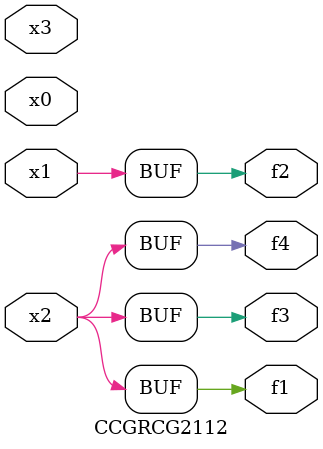
<source format=v>
module CCGRCG2112(
	input x0, x1, x2, x3,
	output f1, f2, f3, f4
);
	assign f1 = x2;
	assign f2 = x1;
	assign f3 = x2;
	assign f4 = x2;
endmodule

</source>
